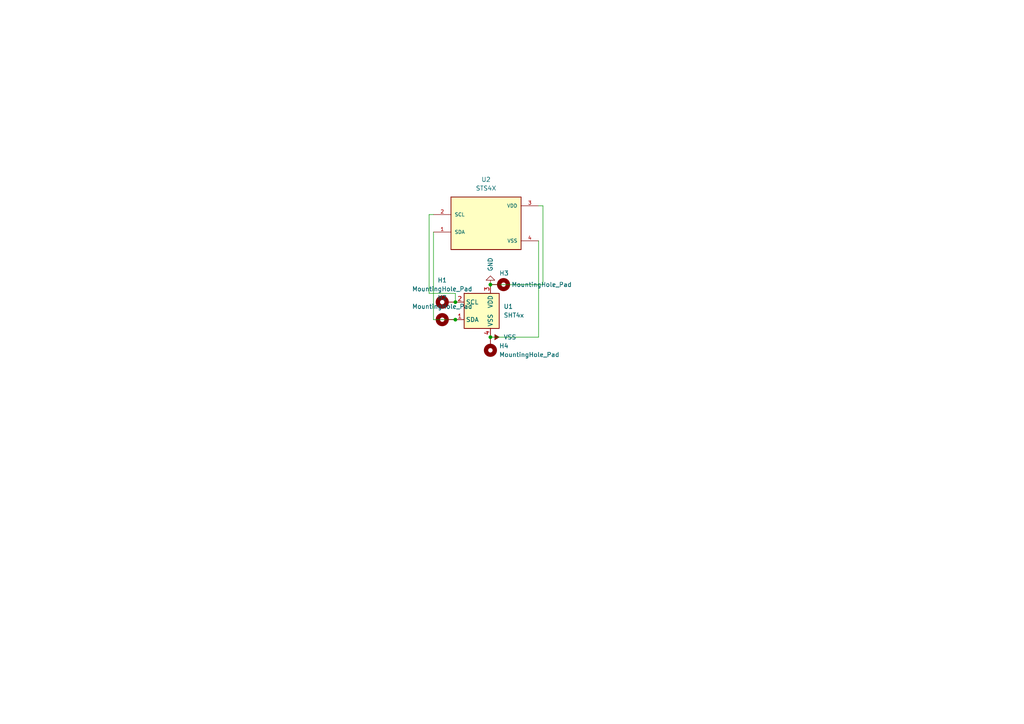
<source format=kicad_sch>
(kicad_sch (version 20250114) (generator "eeschema") (generator_version "9.0")
  (paper "A4")
  (lib_symbols
    (symbol "Mechanical:MountingHole_Pad" (pin_numbers (hide yes)) (pin_names (offset 1.016) (hide yes)) (in_bom no)
      (property "Reference" "H" (at 0 6.35 0))
      (property "Value" "MountingHole_Pad" (at 0 4.445 0))
      (symbol "MountingHole_Pad_0_1"
        (circle (center 0 1.27) (radius 1.27) (stroke (width 1.27)))
      )
      (symbol "MountingHole_Pad_1_1"
        (pin input line (at 0 -2.54 90) (length 2.54) (name "1") (number "1"))
      )
    )
    (symbol "STS4X:STS4X" (pin_names (offset 1.016))
      (property "Reference" "U" (at -10.16 8.89 0))
      (property "Value" "STS4X" (at -10.16 -10.16 0))
      (symbol "STS4X_0_0"
        (rectangle (start -10.16 -7.62) (end 10.16 7.62) (stroke (width 0.254)) (fill (type background)))
        (pin input line (at -15.24 2.54 0) (length 5.08) (name "SCL") (number "2"))
        (pin bidirectional line (at -15.24 -2.54 0) (length 5.08) (name "SDA") (number "1"))
        (pin power_in line (at 15.24 5.08 180) (length 5.08) (name "VDD") (number "3"))
        (pin power_in line (at 15.24 -5.08 180) (length 5.08) (name "VSS") (number "4"))
      )
    )
    (symbol "Sensor_Humidity:SHT4x"
      (property "Reference" "U" (at 0 8.89 0))
      (property "Value" "SHT4x" (at 0 6.35 0))
      (symbol "SHT4x_1_1"
        (rectangle (start -5.08 5.08) (end 5.08 -5.08) (stroke (width 0.254)) (fill (type background)))
        (pin input line (at -7.62 2.54 0) (length 2.54) (name "SCL") (number "2"))
        (pin bidirectional line (at -7.62 -2.54 0) (length 2.54) (name "SDA") (number "1"))
        (pin power_in line (at 2.54 7.62 270) (length 2.54) (name "VDD") (number "3"))
        (pin power_in line (at 2.54 -7.62 90) (length 2.54) (name "VSS") (number "4"))
      )
    )
    (symbol "power:GND" (power) (pin_numbers (hide yes)) (pin_names (offset 0) (hide yes))
      (property "Value" "GND" (at 0 -3.81 0))
      (symbol "GND_0_1"
        (polyline (pts (xy 0 0) (xy 0 -1.27) (xy 1.27 -1.27) (xy 0 -2.54) (xy -1.27 -1.27) (xy 0 -1.27)))
      )
      (symbol "GND_1_1"
        (pin power_in line (at 0 0 270) (length 0) (name "~") (number "1"))
      )
    )
    (symbol "power:VSS" (power) (pin_numbers (hide yes)) (pin_names (offset 0) (hide yes))
      (property "Value" "VSS" (at 0 3.556 0))
      (symbol "VSS_0_1"
        (polyline (pts (xy 0 0) (xy 0 2.54)))
        (polyline (pts (xy 0.762 1.27) (xy -0.762 1.27) (xy 0 2.54) (xy 0.762 1.27)) (fill (type outline)))
      )
      (symbol "VSS_1_1"
        (pin power_in line (at 0 0 90) (length 0) (name "~") (number "1"))
      )
    )
  )
  (junction (at 142.24 82.55))
  (junction (at 142.24 97.79))
  (junction (at 132.08 87.63))
  (junction (at 132.08 92.71))
  (wire (pts (xy 125.73 67.31) (xy 125.73 92.71)))
  (wire (pts (xy 157.48 82.55) (xy 142.24 82.55)))
  (wire (pts (xy 156.21 59.69) (xy 157.48 59.69)))
  (wire (pts (xy 156.21 69.85) (xy 156.21 97.79)))
  (wire (pts (xy 124.46 85.09) (xy 132.08 85.09)))
  (wire (pts (xy 156.21 97.79) (xy 142.24 97.79)))
  (wire (pts (xy 125.73 92.71) (xy 132.08 92.71)))
  (wire (pts (xy 125.73 62.23) (xy 124.46 62.23)))
  (wire (pts (xy 124.46 62.23) (xy 124.46 85.09)))
  (wire (pts (xy 132.08 85.09) (xy 132.08 87.63)))
  (wire (pts (xy 157.48 59.69) (xy 157.48 82.55)))
  (symbol (lib_id "Sensor_Humidity:SHT4x") (at 139.7 90.17 0) (unit 1)
    (property "Reference" "U1" (at 146.05 88.8999 0) (effects (justify left)))
    (property "Value" "SHT4x" (at 146.05 91.4399 0) (effects (justify left)))
    (property "Footprint" "Sensor_Humidity:Sensirion_DFN-4_1.5x1.5mm_P0.8mm_SHT4x_NoCentralPad" (effects (hide yes)))
    (property "Datasheet" "https://sensirion.com/media/documents/33FD6951/624C4357/Datasheet_SHT4x.pdf" (effects (hide yes)))
    (property "Description" "Digital Humidity and Temperature Sensor, ±1%RH, ±0.1°C, I2C, 1.08-3.6V, 16bit, DFN-4" (effects (hide yes)))
  )
  (symbol (lib_id "Mechanical:MountingHole_Pad") (at 144.78 82.55 270) (unit 1) (in_bom no)
    (property "Reference" "H3" (at 147.574 79.248 90) (effects (justify right)))
    (property "Value" "MountingHole_Pad" (at 165.862 82.55 90) (effects (justify right)))
    (property "Footprint" "MountingHole:MountingHole_2.2mm_M2_DIN965_Pad" (effects (hide yes)))
    (property "Description" "Mounting Hole with connection" (effects (hide yes)))
  )
  (symbol (lib_id "power:VSS") (at 142.24 97.79 270) (unit 1)
    (property "Reference" "#PWR03" (effects (hide yes)))
    (property "Value" "VSS" (at 146.05 97.7899 90) (effects (justify left)))
    (property "Description" "Power symbol creates a global label with name \"VSS\"" (effects (hide yes)))
  )
  (symbol (lib_id "STS4X:STS4X") (at 140.97 64.77 0) (unit 1)
    (property "Reference" "U2" (at 140.97 52.07 0))
    (property "Value" "STS4X" (at 140.97 54.61 0))
    (property "Footprint" "STS4X:STS4X" (effects (hide yes)))
    (property "DigiKey_Part_Number" "1649-STS40-AD1B-R3CT-ND" (effects (hide yes)))
    (property "SnapEDA_Link" "https://www.snapeda.com/parts/STS40-AD1B-R3/Sensirion/view-part/?ref=snap" (effects (hide yes)))
    (property "Description_1" "Digital Temperature Sensor, ±0.2 °C, Ultra-Low-Power, I2C fast mode plus" (effects (hide yes)))
    (property "MF" "Sensirion" (effects (hide yes)))
    (property "Package" "DFN-4 Sensirion" (effects (hide yes)))
    (property "Check_prices" "https://www.snapeda.com/parts/STS40-AD1B-R3/Sensirion/view-part/?ref=eda" (effects (hide yes)))
    (property "MP" "STS40-AD1B-R3" (effects (hide yes)))
  )
  (symbol (lib_id "Mechanical:MountingHole_Pad") (at 142.24 100.33 180) (unit 1) (in_bom no)
    (property "Reference" "H4" (at 144.78 100.3299 0) (effects (justify right)))
    (property "Value" "MountingHole_Pad" (at 144.78 102.8699 0) (effects (justify right)))
    (property "Footprint" "MountingHole:MountingHole_2.2mm_M2_DIN965_Pad" (effects (hide yes)))
    (property "Description" "Mounting Hole with connection" (effects (hide yes)))
  )
  (symbol (lib_id "Mechanical:MountingHole_Pad") (at 129.54 87.63 90) (unit 1) (in_bom no)
    (property "Reference" "H1" (at 128.27 81.28 90))
    (property "Value" "MountingHole_Pad" (at 128.27 83.82 90))
    (property "Footprint" "MountingHole:MountingHole_2.2mm_M2_DIN965_Pad" (effects (hide yes)))
    (property "Description" "Mounting Hole with connection" (effects (hide yes)))
  )
  (symbol (lib_id "Mechanical:MountingHole_Pad") (at 129.54 92.71 90) (unit 1) (in_bom no)
    (property "Reference" "H2" (at 128.27 86.36 90))
    (property "Value" "MountingHole_Pad" (at 128.27 88.9 90))
    (property "Footprint" "MountingHole:MountingHole_2.2mm_M2_DIN965_Pad" (effects (hide yes)))
    (property "Description" "Mounting Hole with connection" (effects (hide yes)))
  )
  (symbol (lib_id "power:GND") (at 142.24 82.55 180) (unit 1)
    (property "Reference" "#PWR02" (effects (hide yes)))
    (property "Value" "GND" (at 142.2399 78.74 90) (effects (justify right)))
    (property "Description" "Power symbol creates a global label with name \"GND\" , ground" (effects (hide yes)))
  )
)
</source>
